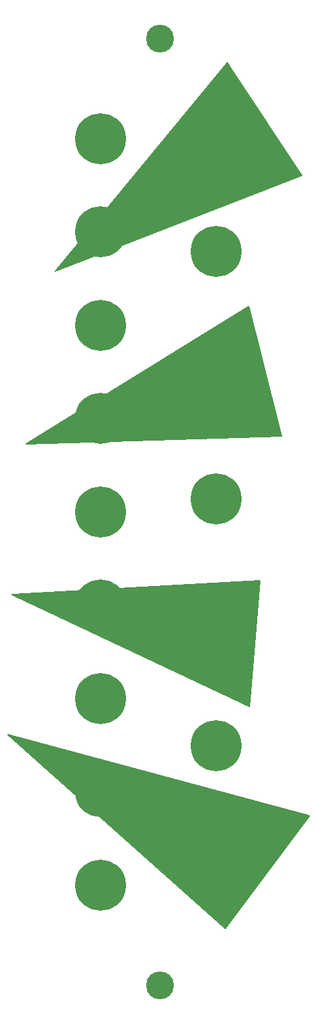
<source format=gbr>
G04 #@! TF.GenerationSoftware,KiCad,Pcbnew,(5.0.0-rc2-47-g52fceb3)*
G04 #@! TF.CreationDate,2018-06-13T16:43:58-05:00*
G04 #@! TF.ProjectId,nearness_att_panel,6E6561726E6573735F6174745F70616E,rev?*
G04 #@! TF.SameCoordinates,Original*
G04 #@! TF.FileFunction,Soldermask,Top*
G04 #@! TF.FilePolarity,Negative*
%FSLAX46Y46*%
G04 Gerber Fmt 4.6, Leading zero omitted, Abs format (unit mm)*
G04 Created by KiCad (PCBNEW (5.0.0-rc2-47-g52fceb3)) date Wednesday, June 13, 2018 at 04:43:58 PM*
%MOMM*%
%LPD*%
G01*
G04 APERTURE LIST*
%ADD10C,0.150000*%
%ADD11C,6.600000*%
%ADD12C,3.600000*%
G04 APERTURE END LIST*
D10*
G36*
X26720800Y-37642800D02*
X30937200Y-54457600D01*
X-2133600Y-55473600D01*
X26720800Y-37642800D01*
G37*
X26720800Y-37642800D02*
X30937200Y-54457600D01*
X-2133600Y-55473600D01*
X26720800Y-37642800D01*
G36*
X34645600Y-103530400D02*
X23723600Y-118110000D01*
X-4470400Y-93065600D01*
X34645600Y-103530400D01*
G37*
X34645600Y-103530400D02*
X23723600Y-118110000D01*
X-4470400Y-93065600D01*
X34645600Y-103530400D01*
G36*
X28143200Y-73152000D02*
X26822400Y-89408000D01*
X-3962400Y-74930000D01*
X-3860800Y-74930000D01*
X28143200Y-73152000D01*
G37*
X28143200Y-73152000D02*
X26822400Y-89408000D01*
X-3962400Y-74930000D01*
X-3860800Y-74930000D01*
X28143200Y-73152000D01*
G36*
X33578800Y-20726400D02*
X1676400Y-33121600D01*
X23926800Y-6197600D01*
X33578800Y-20726400D01*
G37*
X33578800Y-20726400D02*
X1676400Y-33121600D01*
X23926800Y-6197600D01*
X33578800Y-20726400D01*
D11*
G04 #@! TO.C,REF\002A\002A*
X7500000Y-15980000D03*
G04 #@! TD*
G04 #@! TO.C,REF\002A\002A*
X22500000Y-110456000D03*
G04 #@! TD*
G04 #@! TO.C,REF\002A\002A*
X22500000Y-94475000D03*
G04 #@! TD*
G04 #@! TO.C,REF\002A\002A*
X22500000Y-78493000D03*
G04 #@! TD*
G04 #@! TO.C,REF\002A\002A*
X22500000Y-62512000D03*
G04 #@! TD*
G04 #@! TO.C,REF\002A\002A*
X22500000Y-46531000D03*
G04 #@! TD*
G04 #@! TO.C,REF\002A\002A*
X22500000Y-30550000D03*
G04 #@! TD*
G04 #@! TO.C,REF\002A\002A*
X22500000Y-14569000D03*
G04 #@! TD*
G04 #@! TO.C,REF\002A\002A*
X7500000Y-112500000D03*
G04 #@! TD*
G04 #@! TO.C,REF\002A\002A*
X7500000Y-100435000D03*
G04 #@! TD*
G04 #@! TO.C,REF\002A\002A*
X7500000Y-88370000D03*
G04 #@! TD*
G04 #@! TO.C,REF\002A\002A*
X7500000Y-76305000D03*
G04 #@! TD*
G04 #@! TO.C,REF\002A\002A*
X7500000Y-64240000D03*
G04 #@! TD*
G04 #@! TO.C,REF\002A\002A*
X7500000Y-52175000D03*
G04 #@! TD*
G04 #@! TO.C,REF\002A\002A*
X7500000Y-40110000D03*
G04 #@! TD*
G04 #@! TO.C,REF\002A\002A*
X7500000Y-28045000D03*
G04 #@! TD*
D12*
G04 #@! TO.C,REF\002A\002A*
X15240000Y-3000000D03*
G04 #@! TD*
G04 #@! TO.C,REF\002A\002A*
X15240000Y-125500000D03*
G04 #@! TD*
M02*

</source>
